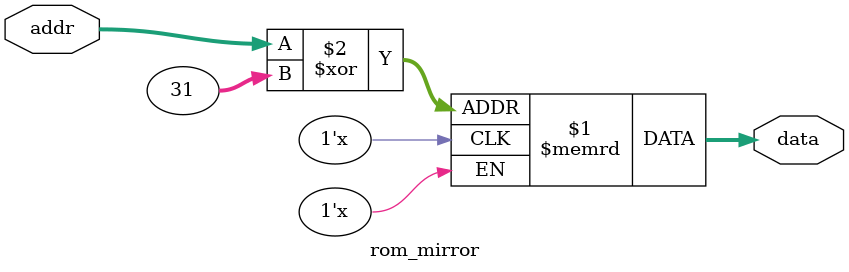
<source format=sv>
module rom_mirror #(parameter AW=5)(
    input [AW-1:0] addr,
    output [15:0] data
);
    reg [15:0] mem [0:(1<<AW)-1];
    assign data = mem[addr ^ ((1<<AW)-1)]; // 地址镜像
endmodule

</source>
